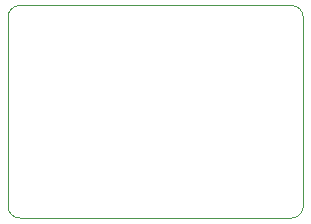
<source format=gbr>
G04 #@! TF.FileFunction,Profile,NP*
%FSLAX46Y46*%
G04 Gerber Fmt 4.6, Leading zero omitted, Abs format (unit mm)*
G04 Created by KiCad (PCBNEW (2015-01-02 BZR 5348)-product) date 4/1/2015 10:56:25 PM*
%MOMM*%
G01*
G04 APERTURE LIST*
%ADD10C,0.100000*%
G04 APERTURE END LIST*
D10*
X139250000Y-111500000D02*
G75*
G03X140250000Y-110500000I0J1000000D01*
G01*
X140250000Y-94500000D02*
G75*
G03X139250000Y-93500000I-1000000J0D01*
G01*
X140250000Y-94500000D02*
X140250000Y-110500000D01*
X116250000Y-93500000D02*
X139250000Y-93500000D01*
X116250000Y-111500000D02*
X139250000Y-111500000D01*
X116250000Y-93500000D02*
G75*
G03X115250000Y-94500000I0J-1000000D01*
G01*
X115250000Y-110500000D02*
G75*
G03X116250000Y-111500000I1000000J0D01*
G01*
X115250000Y-94500000D02*
X115250000Y-110500000D01*
M02*

</source>
